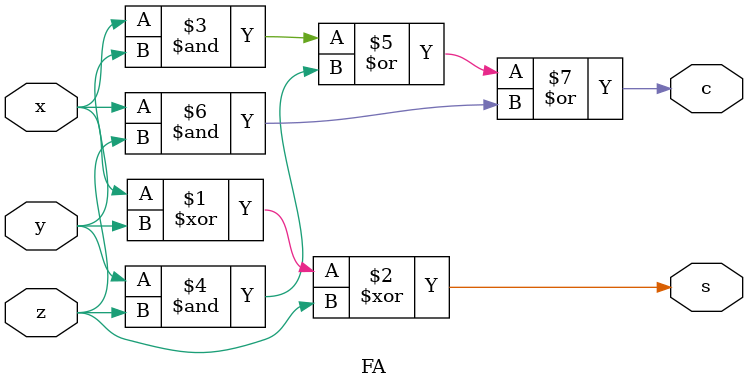
<source format=v>
`timescale 10ns / 1ps

module add_sub(
    input m,                   
    input [3:0] a, b,        
    output [3:0] s,           
    output cout             
    );

    wire [3:0] p, q, r, g;             
    wire cin, coutb, t, l;                  

    xor G1(p[0], b[0], m);
    xor G2(p[1], b[1], m);
    xor G3(p[2], b[2], m);
    xor G4(p[3], b[3], m);
    not G5(t,coutb);
    and G6(l,t,m);
    xor G7(r[0], q[0], l);
    xor G8(r[1], q[1], l);
    xor G9(r[2], q[2], l);
    xor G10(r[3], q[3], l);

    assign g[3:0]=4'b0000;   
    assign cin = m;
    
    RAC RAC1(q, coutb, a, p, cin);
    RAC RAC2(s, cout, r, g, l);

endmodule

module RAC(s, cout, a, b, cin);

    output [3:0] s;          
    output cout;             
    input [3:0] a, b;       
    input cin;             

    wire c1, c2, c3;         

    FA FA1(s[0], c1, a[0], b[0], cin);
    FA FA2(s[1], c2, a[1], b[1], c1);
    FA FA3(s[2], c3, a[2], b[2], c2);
    FA FA4(s[3], cout, a[3], b[3], c3);

endmodule

module FA(s, c, x, y, z);

    output s, c;             
    input x, y, z;        

    assign s = x ^ y ^ z;   
    assign c = (x & y) | (y & z) | (x & z);
    
endmodule

</source>
